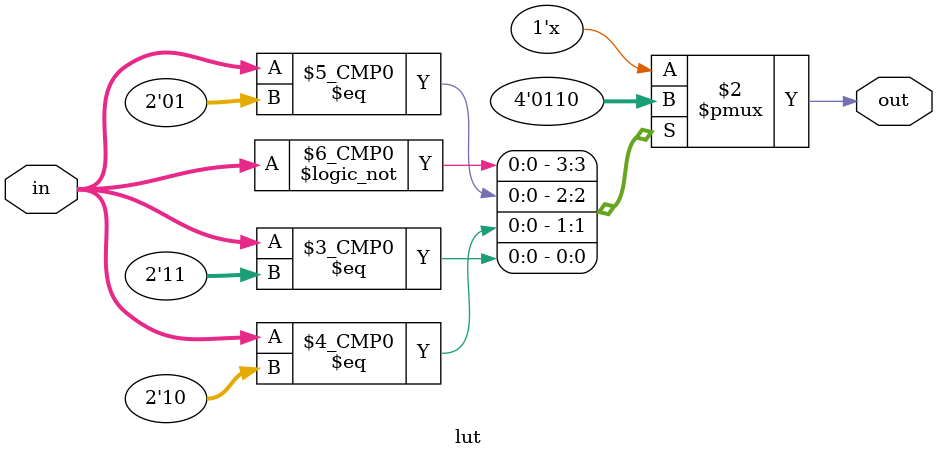
<source format=v>
module lut(in, out);

input [1:0] in;
output out;

always @(in)
case(in)
    2'b00 : out = 0;
    2'b01 : out = 1;
    2'b10 : out = 1;
    2'b11 : out = 0;
endcase

endmodule
</source>
